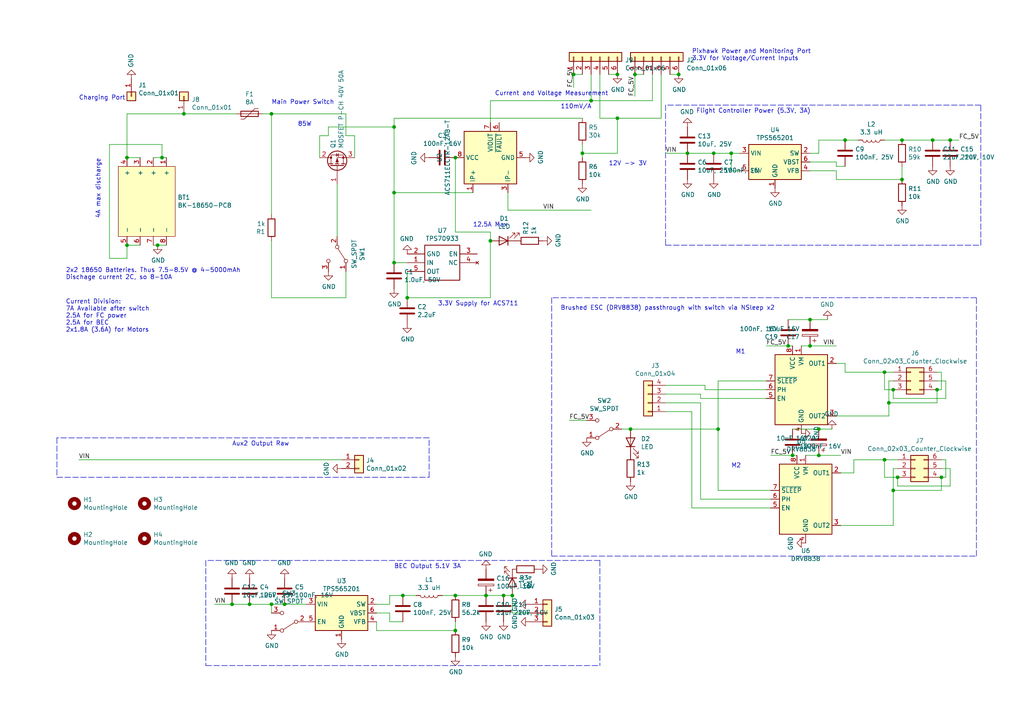
<source format=kicad_sch>
(kicad_sch (version 20211123) (generator eeschema)
  (paper "A4")
  (title_block (title "RoverBase") (rev "1.1") (company "Rpanion Electronics"))
  (junction (at 256.54 107.95))
  (junction (at 234.95 92.71))
  (junction (at 196.85 21.59))
  (junction (at 271.78 113.03))
  (junction (at 116.84 172.72))
  (junction (at 118.11 86.36))
  (junction (at 259.08 142.24))
  (junction (at 273.05 138.43))
  (junction (at 245.11 40.64))
  (junction (at 270.51 40.64))
  (junction (at 132.08 182.88))
  (junction (at 257.81 116.84))
  (junction (at 212.09 44.45))
  (junction (at 114.3 36.83))
  (junction (at 82.55 175.26))
  (junction (at 46.99 45.72))
  (junction (at 148.59 172.72))
  (junction (at 45.72 71.12))
  (junction (at 140.97 172.72))
  (junction (at 78.74 175.26))
  (junction (at 234.95 100.33))
  (junction (at 114.3 55.88))
  (junction (at 182.88 124.46))
  (junction (at 259.08 113.03))
  (junction (at 166.37 21.59))
  (junction (at 261.62 52.07))
  (junction (at 184.15 21.59))
  (junction (at 199.39 44.45))
  (junction (at 179.07 34.29))
  (junction (at 237.49 124.46))
  (junction (at 72.39 175.26))
  (junction (at 53.34 33.02))
  (junction (at 228.6 100.33))
  (junction (at 171.45 29.21))
  (junction (at 275.59 40.64))
  (junction (at 207.01 44.45))
  (junction (at 78.74 33.02))
  (junction (at 142.24 69.85))
  (junction (at 168.91 44.45))
  (junction (at 67.31 175.26))
  (junction (at 146.05 172.72))
  (junction (at 36.83 71.12))
  (junction (at 260.35 138.43))
  (junction (at 132.08 45.72))
  (junction (at 237.49 132.08))
  (junction (at 208.28 124.46))
  (junction (at 256.54 133.35))
  (junction (at 36.83 45.72))
  (junction (at 229.87 132.08))
  (junction (at 179.07 21.59))
  (junction (at 261.62 40.64))
  (junction (at 114.3 76.2))
  (junction (at 132.08 172.72))
  (wire (pts (xy 245.11 40.64) (xy 237.49 40.64)))
  (wire (pts (xy 242.57 48.26) (xy 245.11 48.26)))
  (wire (pts (xy 140.97 172.72) (xy 146.05 172.72)))
  (wire (pts (xy 36.83 74.93) (xy 36.83 71.12)))
  (wire (pts (xy 234.95 100.33) (xy 232.41 100.33)))
  (wire (pts (xy 62.23 175.26) (xy 67.31 175.26)))
  (polyline (pts (xy 124.46 127) (xy 16.51 127)))
  (wire (pts (xy 223.52 147.32) (xy 200.66 147.32)))
  (polyline (pts (xy 284.48 30.48) (xy 193.04 30.48)))
  (wire (pts (xy 223.52 142.24) (xy 208.28 142.24)))
  (wire (pts (xy 44.45 45.72) (xy 46.99 45.72)))
  (wire (pts (xy 257.81 120.65) (xy 257.81 116.84)))
  (wire (pts (xy 113.03 180.34) (xy 116.84 180.34)))
  (wire (pts (xy 247.65 137.16) (xy 247.65 133.35)))
  (wire (pts (xy 247.65 133.35) (xy 256.54 133.35)))
  (wire (pts (xy 168.91 34.29) (xy 114.3 34.29)))
  (wire (pts (xy 45.72 71.12) (xy 48.26 71.12)))
  (wire (pts (xy 228.6 92.71) (xy 234.95 92.71)))
  (wire (pts (xy 242.57 120.65) (xy 257.81 120.65)))
  (polyline (pts (xy 283.21 161.29) (xy 283.21 86.36)))
  (wire (pts (xy 256.54 40.64) (xy 261.62 40.64)))
  (polyline (pts (xy 16.51 138.43) (xy 124.46 138.43)))
  (wire (pts (xy 229.87 100.33) (xy 228.6 100.33)))
  (wire (pts (xy 257.81 110.49) (xy 257.81 116.84)))
  (wire (pts (xy 256.54 113.03) (xy 259.08 113.03)))
  (wire (pts (xy 166.37 21.59) (xy 166.37 25.4)))
  (polyline (pts (xy 284.48 71.12) (xy 284.48 30.48)))
  (wire (pts (xy 212.09 49.53) (xy 212.09 44.45)))
  (wire (pts (xy 132.08 182.88) (xy 132.08 180.34)))
  (wire (pts (xy 275.59 40.64) (xy 278.13 40.64)))
  (wire (pts (xy 237.49 40.64) (xy 237.49 44.45)))
  (wire (pts (xy 199.39 44.45) (xy 193.04 44.45)))
  (wire (pts (xy 102.87 39.37) (xy 100.33 39.37)))
  (wire (pts (xy 259.08 115.57) (xy 274.32 115.57)))
  (wire (pts (xy 180.34 124.46) (xy 182.88 124.46)))
  (polyline (pts (xy 59.69 162.56) (xy 59.69 193.04)))
  (wire (pts (xy 72.39 175.26) (xy 78.74 175.26)))
  (wire (pts (xy 228.6 100.33) (xy 222.25 100.33)))
  (wire (pts (xy 114.3 34.29) (xy 114.3 36.83)))
  (wire (pts (xy 78.74 33.02) (xy 78.74 62.23)))
  (wire (pts (xy 142.24 69.85) (xy 142.24 67.31)))
  (wire (pts (xy 234.95 49.53) (xy 242.57 49.53)))
  (wire (pts (xy 204.47 113.03) (xy 222.25 113.03)))
  (wire (pts (xy 132.08 172.72) (xy 140.97 172.72)))
  (wire (pts (xy 260.35 138.43) (xy 260.35 140.97)))
  (wire (pts (xy 274.32 115.57) (xy 274.32 110.49)))
  (wire (pts (xy 273.05 133.35) (xy 274.32 133.35)))
  (wire (pts (xy 203.2 116.84) (xy 193.04 116.84)))
  (wire (pts (xy 207.01 44.45) (xy 199.39 44.45)))
  (wire (pts (xy 95.25 39.37) (xy 95.25 36.83)))
  (polyline (pts (xy 160.02 161.29) (xy 283.21 161.29)))
  (wire (pts (xy 166.37 21.59) (xy 168.91 21.59)))
  (wire (pts (xy 53.34 33.02) (xy 68.58 33.02)))
  (wire (pts (xy 261.62 52.07) (xy 261.62 48.26)))
  (wire (pts (xy 273.05 113.03) (xy 271.78 113.03)))
  (wire (pts (xy 67.31 175.26) (xy 72.39 175.26)))
  (wire (pts (xy 271.78 113.03) (xy 271.78 116.84)))
  (wire (pts (xy 95.25 36.83) (xy 114.3 36.83)))
  (wire (pts (xy 176.53 21.59) (xy 179.07 21.59)))
  (wire (pts (xy 212.09 44.45) (xy 207.01 44.45)))
  (wire (pts (xy 173.99 21.59) (xy 173.99 34.29)))
  (wire (pts (xy 243.84 137.16) (xy 247.65 137.16)))
  (polyline (pts (xy 173.99 162.56) (xy 173.99 193.04)))
  (wire (pts (xy 46.99 45.72) (xy 46.99 41.91)))
  (wire (pts (xy 146.05 172.72) (xy 148.59 172.72)))
  (wire (pts (xy 76.2 33.02) (xy 78.74 33.02)))
  (wire (pts (xy 109.22 177.8) (xy 113.03 177.8)))
  (wire (pts (xy 118.11 76.2) (xy 114.3 76.2)))
  (wire (pts (xy 78.74 175.26) (xy 82.55 175.26)))
  (wire (pts (xy 203.2 114.3) (xy 193.04 114.3)))
  (wire (pts (xy 271.78 107.95) (xy 273.05 107.95)))
  (wire (pts (xy 273.05 107.95) (xy 273.05 113.03)))
  (wire (pts (xy 243.84 152.4) (xy 259.08 152.4)))
  (wire (pts (xy 46.99 45.72) (xy 48.26 45.72)))
  (wire (pts (xy 237.49 124.46) (xy 229.87 124.46)))
  (wire (pts (xy 204.47 111.76) (xy 193.04 111.76)))
  (wire (pts (xy 168.91 44.45) (xy 168.91 41.91)))
  (wire (pts (xy 100.33 78.74) (xy 100.33 86.36)))
  (wire (pts (xy 200.66 119.38) (xy 200.66 147.32)))
  (wire (pts (xy 274.32 133.35) (xy 274.32 138.43)))
  (wire (pts (xy 275.59 135.89) (xy 273.05 135.89)))
  (wire (pts (xy 259.08 113.03) (xy 259.08 115.57)))
  (wire (pts (xy 245.11 105.41) (xy 245.11 107.95)))
  (wire (pts (xy 257.81 110.49) (xy 259.08 110.49)))
  (wire (pts (xy 194.31 21.59) (xy 196.85 21.59)))
  (wire (pts (xy 184.15 21.59) (xy 186.69 21.59)))
  (polyline (pts (xy 160.02 86.36) (xy 160.02 161.29)))
  (wire (pts (xy 36.83 33.02) (xy 53.34 33.02)))
  (wire (pts (xy 173.99 34.29) (xy 179.07 34.29)))
  (wire (pts (xy 273.05 138.43) (xy 273.05 142.24)))
  (wire (pts (xy 148.59 172.72) (xy 148.59 177.8)))
  (wire (pts (xy 275.59 140.97) (xy 275.59 135.89)))
  (wire (pts (xy 36.83 71.12) (xy 40.64 71.12)))
  (wire (pts (xy 31.75 41.91) (xy 31.75 74.93)))
  (wire (pts (xy 259.08 135.89) (xy 259.08 142.24)))
  (wire (pts (xy 168.91 44.45) (xy 179.07 44.45)))
  (wire (pts (xy 260.35 133.35) (xy 256.54 133.35)))
  (wire (pts (xy 242.57 105.41) (xy 245.11 105.41)))
  (wire (pts (xy 97.79 53.34) (xy 97.79 68.58)))
  (wire (pts (xy 242.57 49.53) (xy 242.57 52.07)))
  (wire (pts (xy 109.22 180.34) (xy 109.22 182.88)))
  (wire (pts (xy 147.32 60.96) (xy 171.45 60.96)))
  (wire (pts (xy 273.05 142.24) (xy 259.08 142.24)))
  (wire (pts (xy 237.49 124.46) (xy 241.3 124.46)))
  (wire (pts (xy 237.49 132.08) (xy 243.84 132.08)))
  (wire (pts (xy 256.54 107.95) (xy 256.54 113.03)))
  (wire (pts (xy 102.87 45.72) (xy 102.87 39.37)))
  (wire (pts (xy 203.2 115.57) (xy 222.25 115.57)))
  (polyline (pts (xy 173.99 162.56) (xy 59.69 162.56)))
  (wire (pts (xy 147.32 55.88) (xy 147.32 60.96)))
  (wire (pts (xy 99.06 133.35) (xy 22.86 133.35)))
  (wire (pts (xy 78.74 33.02) (xy 100.33 33.02)))
  (wire (pts (xy 78.74 177.8) (xy 78.74 175.26)))
  (wire (pts (xy 184.15 21.59) (xy 184.15 27.94)))
  (wire (pts (xy 259.08 135.89) (xy 260.35 135.89)))
  (wire (pts (xy 242.57 52.07) (xy 261.62 52.07)))
  (wire (pts (xy 222.25 110.49) (xy 208.28 110.49)))
  (wire (pts (xy 109.22 175.26) (xy 113.03 175.26)))
  (wire (pts (xy 245.11 40.64) (xy 248.92 40.64)))
  (wire (pts (xy 114.3 76.2) (xy 114.3 55.88)))
  (wire (pts (xy 31.75 74.93) (xy 36.83 74.93)))
  (wire (pts (xy 259.08 107.95) (xy 256.54 107.95)))
  (polyline (pts (xy 193.04 30.48) (xy 193.04 71.12)))
  (wire (pts (xy 260.35 140.97) (xy 275.59 140.97)))
  (wire (pts (xy 231.14 132.08) (xy 229.87 132.08)))
  (wire (pts (xy 116.84 172.72) (xy 120.65 172.72)))
  (wire (pts (xy 113.03 175.26) (xy 113.03 172.72)))
  (wire (pts (xy 118.11 78.74) (xy 118.11 86.36)))
  (wire (pts (xy 114.3 36.83) (xy 114.3 55.88)))
  (wire (pts (xy 237.49 44.45) (xy 234.95 44.45)))
  (polyline (pts (xy 59.69 193.04) (xy 173.99 193.04)))
  (wire (pts (xy 142.24 35.56) (xy 142.24 29.21)))
  (wire (pts (xy 271.78 116.84) (xy 257.81 116.84)))
  (wire (pts (xy 242.57 46.99) (xy 242.57 48.26)))
  (wire (pts (xy 237.49 132.08) (xy 233.68 132.08)))
  (wire (pts (xy 214.63 44.45) (xy 212.09 44.45)))
  (wire (pts (xy 92.71 45.72) (xy 92.71 39.37)))
  (wire (pts (xy 274.32 110.49) (xy 271.78 110.49)))
  (wire (pts (xy 171.45 21.59) (xy 171.45 29.21)))
  (wire (pts (xy 203.2 116.84) (xy 203.2 144.78)))
  (wire (pts (xy 200.66 119.38) (xy 193.04 119.38)))
  (wire (pts (xy 142.24 67.31) (xy 132.08 67.31)))
  (wire (pts (xy 132.08 67.31) (xy 132.08 45.72)))
  (wire (pts (xy 92.71 39.37) (xy 95.25 39.37)))
  (wire (pts (xy 208.28 110.49) (xy 208.28 124.46)))
  (wire (pts (xy 203.2 115.57) (xy 203.2 114.3)))
  (wire (pts (xy 204.47 113.03) (xy 204.47 111.76)))
  (wire (pts (xy 234.95 46.99) (xy 242.57 46.99)))
  (wire (pts (xy 113.03 172.72) (xy 116.84 172.72)))
  (wire (pts (xy 208.28 142.24) (xy 208.28 124.46)))
  (wire (pts (xy 113.03 177.8) (xy 113.03 180.34)))
  (wire (pts (xy 46.99 41.91) (xy 31.75 41.91)))
  (wire (pts (xy 78.74 69.85) (xy 78.74 86.36)))
  (wire (pts (xy 189.23 29.21) (xy 171.45 29.21)))
  (wire (pts (xy 182.88 124.46) (xy 208.28 124.46)))
  (wire (pts (xy 100.33 39.37) (xy 100.33 33.02)))
  (polyline (pts (xy 283.21 86.36) (xy 160.02 86.36)))
  (wire (pts (xy 100.33 86.36) (xy 78.74 86.36)))
  (wire (pts (xy 128.27 172.72) (xy 132.08 172.72)))
  (polyline (pts (xy 193.04 71.12) (xy 284.48 71.12)))
  (wire (pts (xy 82.55 175.26) (xy 88.9 175.26)))
  (wire (pts (xy 259.08 152.4) (xy 259.08 142.24)))
  (wire (pts (xy 191.77 21.59) (xy 191.77 34.29)))
  (wire (pts (xy 256.54 133.35) (xy 256.54 138.43)))
  (wire (pts (xy 171.45 29.21) (xy 142.24 29.21)))
  (wire (pts (xy 245.11 107.95) (xy 256.54 107.95)))
  (wire (pts (xy 179.07 44.45) (xy 179.07 34.29)))
  (wire (pts (xy 261.62 40.64) (xy 270.51 40.64)))
  (polyline (pts (xy 16.51 127) (xy 16.51 138.43)))
  (wire (pts (xy 191.77 34.29) (xy 179.07 34.29)))
  (wire (pts (xy 109.22 182.88) (xy 132.08 182.88)))
  (wire (pts (xy 44.45 71.12) (xy 45.72 71.12)))
  (wire (pts (xy 189.23 21.59) (xy 189.23 29.21)))
  (wire (pts (xy 256.54 138.43) (xy 260.35 138.43)))
  (wire (pts (xy 137.16 55.88) (xy 114.3 55.88)))
  (wire (pts (xy 234.95 92.71) (xy 240.03 92.71)))
  (wire (pts (xy 270.51 40.64) (xy 275.59 40.64)))
  (wire (pts (xy 214.63 49.53) (xy 212.09 49.53)))
  (wire (pts (xy 118.11 86.36) (xy 142.24 86.36)))
  (wire (pts (xy 148.59 177.8) (xy 153.67 177.8)))
  (wire (pts (xy 36.83 33.02) (xy 36.83 45.72)))
  (wire (pts (xy 36.83 45.72) (xy 40.64 45.72)))
  (wire (pts (xy 142.24 86.36) (xy 142.24 69.85)))
  (wire (pts (xy 274.32 138.43) (xy 273.05 138.43)))
  (wire (pts (xy 229.87 132.08) (xy 223.52 132.08)))
  (wire (pts (xy 223.52 144.78) (xy 203.2 144.78)))
  (polyline (pts (xy 124.46 138.43) (xy 124.46 127)))
  (wire (pts (xy 234.95 100.33) (xy 242.57 100.33)))
  (wire (pts (xy 170.18 121.92) (xy 165.1 121.92)))
  (wire (pts (xy 168.91 45.72) (xy 168.91 44.45)))
  (text "Pixhawk Power and Monitoring Port\n3.3V for Voltage/Current Inputs" (at 200.66 17.78 0) (effects (font (size 1.27 1.27)) (justify left bottom)))
  (text "Aux2 Output Raw" (at 67.31 129.54 0) (effects (font (size 1.27 1.27)) (justify left bottom)))
  (text "85W" (at 86.36 36.83 0) (effects (font (size 1.27 1.27)) (justify left bottom)))
  (text "Charging Port" (at 22.86 29.21 0) (effects (font (size 1.27 1.27)) (justify left bottom)))
  (text "M2" (at 212.09 135.89 0) (effects (font (size 1.27 1.27)) (justify left bottom)))
  (text "4A max discharge" (at 29.21 63.5 90) (effects (font (size 1.27 1.27)) (justify left bottom)))
  (text "Main Power Switch" (at 78.74 30.48 0) (effects (font (size 1.27 1.27)) (justify left bottom)))
  (text "M1" (at 213.36 102.87 0) (effects (font (size 1.27 1.27)) (justify left bottom)))
  (text "3.3V Supply for ACS711" (at 127 88.9 0) (effects (font (size 1.27 1.27)) (justify left bottom)))
  (text "BEC Output 5.1V 3A" (at 114.3 165.1 0) (effects (font (size 1.27 1.27)) (justify left bottom)))
  (text "2x2 18650 Batteries. Thus 7.5-8.5V @ 4-5000mAh\nDischage current 2C, so 8-10A\n" (at 19.05 81.28 0) (effects (font (size 1.27 1.27)) (justify left bottom)))
  (text "Flight Controller Power (5.3V, 3A)" (at 201.93 33.02 0) (effects (font (size 1.27 1.27)) (justify left bottom)))
  (text "12V -> 3V" (at 176.53 48.26 0) (effects (font (size 1.27 1.27)) (justify left bottom)))
  (text "Current Division:\n7A Available after switch\n2.5A for FC power\n2.5A for BEC\n2x1.8A (3.6A) for Motors" (at 19.05 96.52 0) (effects (font (size 1.27 1.27)) (justify left bottom)))
  (text "12.5A Max" (at 137.16 66.04 0) (effects (font (size 1.27 1.27)) (justify left bottom)))
  (text "Brushed ESC (DRV8838) passthrough with switch via NSleep x2" (at 162.56 90.17 0) (effects (font (size 1.27 1.27)) (justify left bottom)))
  (text "Current and Voltage Measurement" (at 143.51 27.94 0) (effects (font (size 1.27 1.27)) (justify left bottom)))
  (text "110mV/A" (at 162.56 31.75 0) (effects (font (size 1.27 1.27)) (justify left bottom)))
  (label "VIN" (at 238.76 100.33 0))
  (label "VIN" (at 22.86 133.35 0))
  (label "FC_5V" (at 278.13 40.64 0))
  (label "FC_5V" (at 184.15 27.94 90))
  (label "FC_5V" (at 223.52 132.08 0))
  (label "VIN" (at 62.23 175.26 0))
  (label "FC_5V" (at 222.25 100.33 0))
  (label "VIN" (at 193.04 44.45 0))
  (label "VIN" (at 243.84 132.08 0))
  (label "VIN" (at 157.48 60.96 0))
  (label "FC_5V" (at 165.1 121.92 0))
  (label "FC_5V" (at 166.37 25.4 90))
  (symbol (lib_id "power:GND") (at 38.1 22.86 180) (unit 1)
    (property "Reference" "#PWR02" (effects hide))
    (property "Value" "GND" (at 37.973 19.6088 90) (effects (justify right)))
  )
  (symbol (lib_id "Sensor_Current:ACS711xLCTR-12AB") (at 142.24 45.72 90) (unit 1)
    (property "Reference" "U2" (at 127.4826 45.72 0))
    (property "Value" "ACS711ELCTR-12AB-T" (at 129.794 45.72 0))
    (property "Footprint" "Package_SO:SOIC-8_3.9x4.9mm_P1.27mm" (effects hide))
    (property "Datasheet" "http://www.allegromicro.com/~/Media/Files/Datasheets/ACS711-Datasheet.ashx" (effects hide))
    (property "SPN" "620-1370-1-ND" (effects hide))
    (property "MPN" "ACS711ELCTR-12AB-T" (effects hide))
    (property "Manufacturer" "Allegro MicroSystems" (effects hide))
  )
  (symbol (lib_id "power:GND") (at 152.4 45.72 90) (unit 1)
    (property "Reference" "#PWR07" (effects hide))
    (property "Value" "GND" (at 156.7942 45.593 0))
  )
  (symbol (lib_id "Device:R") (at 168.91 38.1 0) (unit 1)
    (property "Reference" "R5" (at 170.688 36.9316 0) (effects (justify left)))
    (property "Value" "30k" (at 170.688 39.243 0) (effects (justify left)))
    (property "Footprint" "Resistor_SMD:R_0402_1005Metric_Pad0.72x0.64mm_HandSolder" (effects hide))
    (property "MPN" "CRCW040230K0FKEDC" (effects hide))
    (property "SPN" "541-4888-1-ND" (effects hide))
    (property "Manufacturer" "Vishay Dale" (effects hide))
  )
  (symbol (lib_id "Device:R") (at 168.91 49.53 0) (unit 1)
    (property "Reference" "R6" (at 170.688 48.3616 0) (effects (justify left)))
    (property "Value" "10k" (at 170.688 50.673 0) (effects (justify left)))
    (property "Footprint" "Resistor_SMD:R_0402_1005Metric_Pad0.72x0.64mm_HandSolder" (effects hide))
    (property "MPN" "CRCW040210K0FKED" (effects hide))
    (property "SPN" "541-3959-1-ND" (effects hide))
    (property "Manufacturer" "Vishay Dale" (effects hide))
  )
  (symbol (lib_id "power:GND") (at 168.91 53.34 0) (unit 1)
    (property "Reference" "#PWR08" (effects hide))
    (property "Value" "GND" (at 169.037 57.7342 0))
  )
  (symbol (lib_id "power:GND") (at 224.79 54.61 0) (unit 1)
    (property "Reference" "#PWR013" (effects hide))
    (property "Value" "GND" (at 224.917 59.0042 0))
  )
  (symbol (lib_id "Connector_Generic:Conn_01x06") (at 189.23 16.51 90) (unit 1)
    (property "Reference" "J2" (at 199.0852 17.4244 90) (effects (justify right)))
    (property "Value" "Conn_01x06" (at 199.0852 19.7358 90) (effects (justify right)))
    (property "Footprint" "Connector_JST:JST_GH_BM06B-GHS-TBT_1x06-1MP_P1.25mm_Vertical" (effects hide))
    (property "MPN" "BM06B-GHS-TBT(LF)(SN)(N)" (effects hide))
    (property "SPN" "455-1582-1-ND" (effects hide))
    (property "Manufacturer" "JST Sales America Inc." (effects hide))
  )
  (symbol (lib_id "power:GND") (at 196.85 21.59 0) (unit 1)
    (property "Reference" "#PWR011" (effects hide))
    (property "Value" "GND" (at 196.977 25.9842 0))
  )
  (symbol (lib_id "Regulator_Switching:TPS565208") (at 224.79 46.99 0) (unit 1)
    (property "Reference" "U4" (at 224.79 37.6682 0))
    (property "Value" "TPS565201" (at 224.79 39.9796 0))
    (property "Footprint" "Package_TO_SOT_SMD:SOT-23-6" (effects hide))
    (property "Datasheet" "http://www.ti.com/lit/ds/symlink/tps565208.pdf" (effects hide))
    (property "SPN" "296-49006-1-ND" (effects hide))
    (property "MPN" "TPS565201DDCR" (effects hide))
    (property "Manufacturer" "Texas Instruments" (effects hide))
  )
  (symbol (lib_id "power:GND") (at 233.68 157.48 270) (unit 1)
    (property "Reference" "#PWR015" (effects hide))
    (property "Value" "GND" (at 229.2858 157.607 0))
  )
  (symbol (lib_id "power:GND") (at 232.41 125.73 90) (unit 1)
    (property "Reference" "#PWR018" (effects hide))
    (property "Value" "GND" (at 236.8042 125.603 0))
  )
  (symbol (lib_id "Switch:SW_SPDT") (at 97.79 73.66 270) (unit 1)
    (property "Reference" "SW1" (at 105.029 73.66 0))
    (property "Value" "SW_SPDT" (at 102.7176 73.66 0))
    (property "Footprint" "Button_Switch_THT:SW_CuK_OS102011MA1QN1_SPDT_Angled" (effects hide))
    (property "MPN" "OS102011MA1QN1" (effects hide))
    (property "SPN" "CKN9559-ND" (effects hide))
    (property "Manufacturer" "C&K" (effects hide))
  )
  (symbol (lib_id "power:GND") (at 95.25 78.74 0) (unit 1)
    (property "Reference" "#PWR06" (effects hide))
    (property "Value" "GND" (at 95.377 83.1342 0))
  )
  (symbol (lib_id "Switch:SW_SPDT") (at 175.26 124.46 180) (unit 1)
    (property "Reference" "SW2" (at 175.26 116.205 0))
    (property "Value" "SW_SPDT" (at 175.26 118.5164 0))
    (property "Footprint" "Button_Switch_THT:SW_CuK_OS102011MA1QN1_SPDT_Angled" (effects hide))
    (property "MPN" "OS102011MA1QN1" (effects hide))
    (property "SPN" "CKN9559-ND" (effects hide))
    (property "Manufacturer" "C&K" (effects hide))
  )
  (symbol (lib_id "MP_Battery:BK-18650-PC8") (at 52.07 58.42 270) (unit 1)
    (property "Reference" "BT1" (at 51.5112 57.2516 90) (effects (justify left)))
    (property "Value" "BK-18650-PC8" (at 51.5112 59.563 90) (effects (justify left)))
    (property "Footprint" "RomiBase:BK-18650-PC8" (effects hide))
    (property "Datasheet" "https://www.memoryprotectiondevices.com/datasheets/BK-18650-PC8-datasheet.pdf" (effects hide))
    (property "SPN" "BK-18650-PC8-ND" (effects hide))
    (property "MPN" "BK-18650-PC8" (effects hide))
    (property "Manufacturer" "MPD (Memory Protection Devices)" (effects hide))
  )
  (symbol (lib_id "Connector_Generic:Conn_01x04") (at 187.96 116.84 180) (unit 1)
    (property "Reference" "J3" (at 190.0428 106.045 0))
    (property "Value" "Conn_01x04" (at 190.0428 108.3564 0))
    (property "Footprint" "Connector_PinHeader_2.54mm:PinHeader_1x04_P2.54mm_Vertical" (effects hide))
    (property "SPN" "732-5317-ND" (effects hide))
    (property "MPN" "61300411121" (effects hide))
    (property "Manufacturer" "Würth Elektronik" (effects hide))
  )
  (symbol (lib_id "Device:C") (at 275.59 44.45 0) (unit 1)
    (property "Reference" "C15" (at 278.511 43.2816 0) (effects (justify left)))
    (property "Value" "22uF, 10V" (at 278.511 45.593 0) (effects (justify left)))
    (property "Footprint" "Capacitor_SMD:C_0603_1608Metric_Pad1.08x0.95mm_HandSolder" (effects hide))
    (property "MPN" "C1608X5R1A226M080AC" (effects hide))
    (property "SPN" "445-9077-1-ND" (effects hide))
    (property "Manufacturer" "TDK Corporation" (effects hide))
  )
  (symbol (lib_id "power:GND") (at 275.59 48.26 0) (unit 1)
    (property "Reference" "#PWR035" (effects hide))
    (property "Value" "GND" (at 275.717 52.6542 0))
  )
  (symbol (lib_id "Device:C") (at 146.05 176.53 0) (unit 1)
    (property "Reference" "C14" (at 148.971 175.3616 0) (effects (justify left)))
    (property "Value" "22uF, 10V" (at 148.971 177.673 0) (effects (justify left)))
    (property "Footprint" "Capacitor_SMD:C_0603_1608Metric_Pad1.08x0.95mm_HandSolder" (effects hide))
    (property "MPN" "C1608X5R1A226M080AC" (effects hide))
    (property "SPN" "445-9077-1-ND" (effects hide))
    (property "Manufacturer" "TDK Corporation" (effects hide))
  )
  (symbol (lib_id "power:GND") (at 146.05 180.34 0) (unit 1)
    (property "Reference" "#PWR034" (effects hide))
    (property "Value" "GND" (at 146.177 184.7342 0))
  )
  (symbol (lib_id "Device:C") (at 67.31 171.45 0) (unit 1)
    (property "Reference" "C12" (at 70.231 170.2816 0) (effects (justify left)))
    (property "Value" "10uF, 25V" (at 70.231 172.593 0) (effects (justify left)))
    (property "Footprint" "Capacitor_SMD:C_0805_2012Metric" (effects hide))
    (property "MPN" "GRM21BR61E106MA73L" (effects hide))
    (property "SPN" "490-10748-1-ND" (effects hide))
    (property "Manufacturer" "Murata Electronics" (effects hide))
  )
  (symbol (lib_id "power:GND") (at 67.31 167.64 180) (unit 1)
    (property "Reference" "#PWR032" (effects hide))
    (property "Value" "GND" (at 67.183 163.2458 0))
  )
  (symbol (lib_id "Device:C") (at 199.39 40.64 0) (unit 1)
    (property "Reference" "C13" (at 202.311 39.4716 0) (effects (justify left)))
    (property "Value" "10uF, 25V" (at 202.311 41.783 0) (effects (justify left)))
    (property "Footprint" "Capacitor_SMD:C_0805_2012Metric" (effects hide))
    (property "MPN" "GRM21BR61E106MA73L" (effects hide))
    (property "SPN" "490-10748-1-ND" (effects hide))
    (property "Manufacturer" "Murata Electronics" (effects hide))
  )
  (symbol (lib_id "Connector_Generic:Conn_01x02") (at 104.14 133.35 0) (unit 1) (in_bom no)
    (property "Reference" "J4" (at 106.172 133.5532 0) (effects (justify left)))
    (property "Value" "Conn_01x02" (at 106.172 135.8646 0) (effects (justify left)))
    (property "Footprint" "Connector_PinHeader_2.54mm:PinHeader_1x02_P2.54mm_Vertical" (effects hide))
    (property "SPN" "nf" (effects hide))
    (property "MPN" "nf" (effects hide))
    (property "fit_field" "dnf" (effects hide))
    (property "Manufacturer" "nf" (effects hide))
  )
  (symbol (lib_id "power:GND") (at 199.39 36.83 180) (unit 1)
    (property "Reference" "#PWR033" (effects hide))
    (property "Value" "GND" (at 199.263 32.4358 0))
  )
  (symbol (lib_id "power:GND") (at 99.06 135.89 270) (unit 1)
    (property "Reference" "#PWR016" (effects hide))
    (property "Value" "GND" (at 94.6658 136.017 0))
  )
  (symbol (lib_id "Regulator_Switching:TPS565208") (at 99.06 177.8 0) (unit 1)
    (property "Reference" "U3" (at 99.06 168.4782 0))
    (property "Value" "TPS565201" (at 99.06 170.7896 0))
    (property "Footprint" "Package_TO_SOT_SMD:SOT-23-6" (effects hide))
    (property "Datasheet" "http://www.ti.com/lit/ds/symlink/tps565208.pdf" (effects hide))
    (property "SPN" "296-49006-1-ND" (effects hide))
    (property "MPN" "TPS565201DDCR" (effects hide))
    (property "Manufacturer" "Texas Instruments" (effects hide))
  )
  (symbol (lib_id "Switch:SW_SPDT") (at 83.82 180.34 180) (unit 1)
    (property "Reference" "SW3" (at 83.82 172.085 0))
    (property "Value" "SW_SPDT" (at 83.82 174.3964 0))
    (property "Footprint" "Button_Switch_THT:SW_CuK_OS102011MA1QN1_SPDT_Angled" (effects hide))
    (property "MPN" "OS102011MA1QN1" (effects hide))
    (property "SPN" "CKN9559-ND" (effects hide))
    (property "Manufacturer" "C&K" (effects hide))
  )
  (symbol (lib_id "power:GND") (at 99.06 185.42 0) (unit 1)
    (property "Reference" "#PWR012" (effects hide))
    (property "Value" "GND" (at 99.187 189.8142 0))
  )
  (symbol (lib_id "power:GND") (at 78.74 182.88 0) (unit 1)
    (property "Reference" "#PWR010" (effects hide))
    (property "Value" "GND" (at 78.867 187.2742 0))
  )
  (symbol (lib_id "Connector_Generic:Conn_01x03") (at 158.75 177.8 0) (unit 1) (in_bom no)
    (property "Reference" "J5" (at 160.782 176.7332 0) (effects (justify left)))
    (property "Value" "Conn_01x03" (at 160.782 179.0446 0) (effects (justify left)))
    (property "Footprint" "Connector_PinHeader_2.54mm:PinHeader_1x03_P2.54mm_Vertical" (effects hide))
    (property "SPN" "nf" (effects hide))
    (property "MPN" "nf" (effects hide))
    (property "fit_field" "dnf" (effects hide))
    (property "Manufacturer" "nf" (effects hide))
  )
  (symbol (lib_id "power:GND") (at 153.67 180.34 270) (unit 1)
    (property "Reference" "#PWR019" (effects hide))
    (property "Value" "GND" (at 149.2758 180.467 0))
  )
  (symbol (lib_id "power:GND") (at 170.18 127 0) (unit 1)
    (property "Reference" "#PWR09" (effects hide))
    (property "Value" "GND" (at 170.307 131.3942 0))
  )
  (symbol (lib_id "power:GND") (at 45.72 71.12 0) (unit 1)
    (property "Reference" "#PWR0101" (effects hide))
    (property "Value" "GND" (at 45.847 75.5142 0))
  )
  (symbol (lib_id "TI_additional:TPS709") (at 128.27 76.2 0) (unit 1)
    (property "Reference" "U7" (at 128.27 66.8782 0))
    (property "Value" "TPS70933" (at 128.27 69.1896 0))
    (property "Footprint" "Package_TO_SOT_SMD:SOT-23-5_HandSoldering" (effects hide))
    (property "SPN" "296-39474-1-ND" (effects hide))
    (property "MPN" "TPS70933DBVT" (effects hide))
    (property "Manufacturer" "Texas Instruments" (effects hide))
  )
  (symbol (lib_id "power:GND") (at 118.11 73.66 180) (unit 1)
    (property "Reference" "#PWR021" (effects hide))
    (property "Value" "GND" (at 117.983 69.2658 0))
  )
  (symbol (lib_id "Device:C") (at 118.11 90.17 0) (unit 1)
    (property "Reference" "C2" (at 121.031 89.0016 0) (effects (justify left)))
    (property "Value" "2.2uF" (at 121.031 91.313 0) (effects (justify left)))
    (property "Footprint" "Capacitor_SMD:C_0402_1005Metric" (effects hide))
    (property "MPN" "GRM155R61A225KE95D" (effects hide))
    (property "SPN" "490-10451-1-ND" (effects hide))
    (property "Manufacturer" "Murata Electronics" (effects hide))
  )
  (symbol (lib_id "Device:C") (at 114.3 80.01 0) (unit 1)
    (property "Reference" "C1" (at 117.221 78.8416 0) (effects (justify left)))
    (property "Value" "1.0uF, 50V" (at 117.221 81.153 0) (effects (justify left)))
    (property "Footprint" "Capacitor_SMD:C_0805_2012Metric" (effects hide))
    (property "MPN" "CC0805KKX7R9BB105" (effects hide))
    (property "SPN" "311-1886-1-ND" (effects hide))
    (property "Manufacturer" "Yageo" (effects hide))
  )
  (symbol (lib_id "power:GND") (at 114.3 83.82 0) (unit 1)
    (property "Reference" "#PWR020" (effects hide))
    (property "Value" "GND" (at 114.427 88.2142 0))
  )
  (symbol (lib_id "power:GND") (at 118.11 93.98 0) (unit 1)
    (property "Reference" "#PWR022" (effects hide))
    (property "Value" "GND" (at 118.237 98.3742 0))
  )
  (symbol (lib_id "Device:C") (at 128.27 45.72 270) (unit 1)
    (property "Reference" "C3" (at 128.27 39.3192 90))
    (property "Value" "100nF, 16V" (at 128.27 41.6306 90))
    (property "Footprint" "Capacitor_SMD:C_0402_1005Metric" (effects hide))
    (property "MPN" "GRM155R71C104KA88D" (effects hide))
    (property "SPN" "490-3261-1-ND" (effects hide))
    (property "Manufacturer" "Murata Electronics" (effects hide))
  )
  (symbol (lib_id "power:GND") (at 124.46 45.72 270) (unit 1)
    (property "Reference" "#PWR023" (effects hide))
    (property "Value" "GND" (at 120.0658 45.847 0))
  )
  (symbol (lib_id "Connector_Generic:Conn_02x03_Counter_Clockwise") (at 264.16 110.49 0) (unit 1) (in_bom no)
    (property "Reference" "J6" (at 265.43 102.4382 0))
    (property "Value" "Conn_02x03_Counter_Clockwise" (at 265.43 104.7496 0))
    (property "Footprint" "Connector_PinHeader_2.54mm:PinHeader_2x03_P2.54mm_Vertical" (effects hide))
    (property "MPN" "nf" (effects hide))
    (property "SPN" "nf" (effects hide))
    (property "Manufacturer" "nf" (effects hide))
    (property "fit_field" "dnf" (effects hide))
  )
  (symbol (lib_id "Connector_Generic:Conn_02x03_Counter_Clockwise") (at 265.43 135.89 0) (unit 1) (in_bom no)
    (property "Reference" "J7" (at 266.7 127.8382 0))
    (property "Value" "Conn_02x03_Counter_Clockwise" (at 266.7 130.1496 0))
    (property "Footprint" "Connector_PinHeader_2.54mm:PinHeader_2x03_P2.54mm_Vertical" (effects hide))
    (property "MPN" "nf" (effects hide))
    (property "SPN" "nf" (effects hide))
    (property "Manufacturer" "nf" (effects hide))
    (property "fit_field" "dnf" (effects hide))
  )
  (symbol (lib_id "Device:CP") (at 140.97 168.91 180) (unit 1)
    (property "Reference" "C16" (at 143.9672 167.7416 0) (effects (justify right)))
    (property "Value" "100uF, 16V" (at 143.9672 170.053 0) (effects (justify right)))
    (property "Footprint" "Capacitor_SMD:CP_Elec_6.3x5.4_Nichicon" (effects hide))
    (property "MPN" "UWX1C101MCL1GB" (effects hide))
    (property "SPN" "493-2105-1-ND" (effects hide))
    (property "Manufacturer" "Nichicon" (effects hide))
  )
  (symbol (lib_id "power:GND") (at 140.97 165.1 180) (unit 1)
    (property "Reference" "#PWR0103" (effects hide))
    (property "Value" "GND" (at 140.843 160.7058 0))
  )
  (symbol (lib_id "Device:C") (at 199.39 48.26 0) (unit 1)
    (property "Reference" "C6" (at 202.311 47.0916 0) (effects (justify left)))
    (property "Value" "10uF, 25V" (at 202.311 49.403 0) (effects (justify left)))
    (property "Footprint" "Capacitor_SMD:C_0805_2012Metric" (effects hide))
    (property "MPN" "GRM21BR61E106MA73L" (effects hide))
    (property "SPN" "490-10748-1-ND" (effects hide))
    (property "Manufacturer" "Murata Electronics" (effects hide))
  )
  (symbol (lib_id "Device:C") (at 207.01 48.26 0) (unit 1)
    (property "Reference" "C7" (at 209.931 47.0916 0) (effects (justify left)))
    (property "Value" "100nF, 16V" (at 209.931 49.403 0) (effects (justify left)))
    (property "Footprint" "Capacitor_SMD:C_0402_1005Metric" (effects hide))
    (property "MPN" "GRM155R71C104KA88D" (effects hide))
    (property "SPN" "490-3261-1-ND" (effects hide))
    (property "Manufacturer" "Murata Electronics" (effects hide))
  )
  (symbol (lib_id "Device:C") (at 72.39 171.45 0) (unit 1)
    (property "Reference" "C4" (at 75.311 170.2816 0) (effects (justify left)))
    (property "Value" "10uF, 25V" (at 75.311 172.593 0) (effects (justify left)))
    (property "Footprint" "Capacitor_SMD:C_0805_2012Metric" (effects hide))
    (property "MPN" "GRM21BR61E106MA73L" (effects hide))
    (property "SPN" "490-10748-1-ND" (effects hide))
    (property "Manufacturer" "Murata Electronics" (effects hide))
  )
  (symbol (lib_id "Device:C") (at 82.55 171.45 0) (unit 1)
    (property "Reference" "C5" (at 85.471 170.2816 0) (effects (justify left)))
    (property "Value" "100nF, 16V" (at 85.471 172.593 0) (effects (justify left)))
    (property "Footprint" "Capacitor_SMD:C_0402_1005Metric" (effects hide))
    (property "MPN" "GRM155R71C104KA88D" (effects hide))
    (property "SPN" "490-3261-1-ND" (effects hide))
    (property "Manufacturer" "Murata Electronics" (effects hide))
  )
  (symbol (lib_id "power:GND") (at 199.39 52.07 0) (unit 1)
    (property "Reference" "#PWR026" (effects hide))
    (property "Value" "GND" (at 199.517 56.4642 0))
  )
  (symbol (lib_id "power:GND") (at 207.01 52.07 0) (unit 1)
    (property "Reference" "#PWR027" (effects hide))
    (property "Value" "GND" (at 207.137 56.4642 0))
  )
  (symbol (lib_id "power:GND") (at 72.39 167.64 180) (unit 1)
    (property "Reference" "#PWR024" (effects hide))
    (property "Value" "GND" (at 72.263 163.2458 0))
  )
  (symbol (lib_id "power:GND") (at 82.55 167.64 180) (unit 1)
    (property "Reference" "#PWR025" (effects hide))
    (property "Value" "GND" (at 82.423 163.2458 0))
  )
  (symbol (lib_id "Device:C") (at 245.11 44.45 0) (unit 1)
    (property "Reference" "C9" (at 248.031 43.2816 0) (effects (justify left)))
    (property "Value" "100nF, 25V" (at 248.031 45.593 0) (effects (justify left)))
    (property "Footprint" "Capacitor_SMD:C_0603_1608Metric" (effects hide))
    (property "MPN" "C0603C104Z3VACTU" (effects hide))
    (property "SPN" "399-1100-1-ND" (effects hide))
    (property "Manufacturer" "KEMET" (effects hide))
  )
  (symbol (lib_id "Device:C") (at 116.84 176.53 0) (unit 1)
    (property "Reference" "C8" (at 119.761 175.3616 0) (effects (justify left)))
    (property "Value" "100nF, 25V" (at 119.761 177.673 0) (effects (justify left)))
    (property "Footprint" "Capacitor_SMD:C_0603_1608Metric" (effects hide))
    (property "MPN" "C0603C104Z3VACTU" (effects hide))
    (property "SPN" "399-1100-1-ND" (effects hide))
    (property "Manufacturer" "KEMET" (effects hide))
  )
  (symbol (lib_id "Device:L") (at 252.73 40.64 270) (unit 1)
    (property "Reference" "L2" (at 252.73 36.0426 90))
    (property "Value" "3.3 uH" (at 252.73 38.354 90))
    (property "Footprint" "Vishay_IHLP-3232:L_Vishay_IHLP-3232" (effects hide))
    (property "MPN" "IHLP3232DZER3R3M01" (effects hide))
    (property "SPN" "541-1373-1-ND" (effects hide))
    (property "Manufacturer" "Vishay Dale" (effects hide))
  )
  (symbol (lib_id "Device:L") (at 124.46 172.72 270) (unit 1)
    (property "Reference" "L1" (at 124.46 168.1226 90))
    (property "Value" "3.3 uH" (at 124.46 170.434 90))
    (property "Footprint" "Vishay_IHLP-3232:L_Vishay_IHLP-3232" (effects hide))
    (property "MPN" "IHLP3232DZER3R3M01" (effects hide))
    (property "SPN" "541-1373-1-ND" (effects hide))
    (property "Manufacturer" "Vishay Dale" (effects hide))
  )
  (symbol (lib_id "Device:R") (at 261.62 44.45 0) (unit 1)
    (property "Reference" "R10" (at 263.398 43.2816 0) (effects (justify left)))
    (property "Value" "59k" (at 263.398 45.593 0) (effects (justify left)))
    (property "Footprint" "Resistor_SMD:R_0402_1005Metric_Pad0.72x0.64mm_HandSolder" (effects hide))
    (property "MPN" "CRCW040259K0FKED" (effects hide))
    (property "SPN" "541-59.0KLCT-ND" (effects hide))
    (property "Manufacturer" "Vishay Dale" (effects hide))
  )
  (symbol (lib_id "Device:R") (at 261.62 55.88 0) (unit 1)
    (property "Reference" "R11" (at 263.398 54.7116 0) (effects (justify left)))
    (property "Value" "10k" (at 263.398 57.023 0) (effects (justify left)))
    (property "Footprint" "Resistor_SMD:R_0402_1005Metric_Pad0.72x0.64mm_HandSolder" (effects hide))
    (property "MPN" "CRCW040210K0FKED" (effects hide))
    (property "SPN" "541-3959-1-ND" (effects hide))
    (property "Manufacturer" "Vishay Dale" (effects hide))
  )
  (symbol (lib_id "power:GND") (at 261.62 59.69 0) (unit 1)
    (property "Reference" "#PWR030" (effects hide))
    (property "Value" "GND" (at 261.747 64.0842 0))
  )
  (symbol (lib_id "Device:R") (at 132.08 176.53 0) (unit 1)
    (property "Reference" "R8" (at 133.858 175.3616 0) (effects (justify left)))
    (property "Value" "56.2k" (at 133.858 177.673 0) (effects (justify left)))
    (property "Footprint" "Resistor_SMD:R_0402_1005Metric_Pad0.72x0.64mm_HandSolder" (effects hide))
    (property "MPN" "CRCW040256K2FKED" (effects hide))
    (property "SPN" "541-5017-1-ND" (effects hide))
    (property "Manufacturer" "Vishay Dale" (effects hide))
  )
  (symbol (lib_id "Device:R") (at 132.08 186.69 0) (unit 1)
    (property "Reference" "R9" (at 133.858 185.5216 0) (effects (justify left)))
    (property "Value" "10k" (at 133.858 187.833 0) (effects (justify left)))
    (property "Footprint" "Resistor_SMD:R_0402_1005Metric_Pad0.72x0.64mm_HandSolder" (effects hide))
    (property "MPN" "CRCW040210K0FKED" (effects hide))
    (property "SPN" "541-3959-1-ND" (effects hide))
    (property "Manufacturer" "Vishay Dale" (effects hide))
  )
  (symbol (lib_id "power:GND") (at 132.08 190.5 0) (unit 1)
    (property "Reference" "#PWR028" (effects hide))
    (property "Value" "GND" (at 132.207 194.8942 0))
  )
  (symbol (lib_id "Device:C") (at 270.51 44.45 0) (unit 1)
    (property "Reference" "C11" (at 273.431 43.2816 0) (effects (justify left)))
    (property "Value" "22uF, 10V" (at 273.431 45.593 0) (effects (justify left)))
    (property "Footprint" "Capacitor_SMD:C_0603_1608Metric_Pad1.08x0.95mm_HandSolder" (effects hide))
    (property "MPN" "C1608X5R1A226M080AC" (effects hide))
    (property "SPN" "445-9077-1-ND" (effects hide))
    (property "Manufacturer" "TDK Corporation" (effects hide))
  )
  (symbol (lib_id "power:GND") (at 270.51 48.26 0) (unit 1)
    (property "Reference" "#PWR031" (effects hide))
    (property "Value" "GND" (at 270.637 52.6542 0))
  )
  (symbol (lib_id "Device:C") (at 140.97 176.53 0) (unit 1)
    (property "Reference" "C10" (at 143.891 175.3616 0) (effects (justify left)))
    (property "Value" "22uF, 10V" (at 143.891 177.673 0) (effects (justify left)))
    (property "Footprint" "Capacitor_SMD:C_0603_1608Metric_Pad1.08x0.95mm_HandSolder" (effects hide))
    (property "MPN" "C1608X5R1A226M080AC" (effects hide))
    (property "SPN" "445-9077-1-ND" (effects hide))
    (property "Manufacturer" "TDK Corporation" (effects hide))
  )
  (symbol (lib_id "power:GND") (at 140.97 180.34 0) (unit 1)
    (property "Reference" "#PWR029" (effects hide))
    (property "Value" "GND" (at 141.097 184.7342 0))
  )
  (symbol (lib_id "Device:LED") (at 146.05 69.85 180) (unit 1)
    (property "Reference" "D1" (at 146.2278 63.373 0))
    (property "Value" "LED" (at 146.2278 65.6844 0))
    (property "Footprint" "LED_SMD:LED_0603_1608Metric" (effects hide))
    (property "MPN" "LTST-C193KGKT-5A" (effects hide))
    (property "SPN" "160-1828-1-ND" (effects hide))
    (property "Manufacturer" "Lite-On Inc." (effects hide))
  )
  (symbol (lib_id "Device:LED") (at 182.88 128.27 90) (unit 1)
    (property "Reference" "D2" (at 185.8772 127.2794 90) (effects (justify right)))
    (property "Value" "LED" (at 185.8772 129.5908 90) (effects (justify right)))
    (property "Footprint" "LED_SMD:LED_0603_1608Metric" (effects hide))
    (property "MPN" "LTST-C193KGKT-5A" (effects hide))
    (property "SPN" "160-1828-1-ND" (effects hide))
    (property "Manufacturer" "Lite-On Inc." (effects hide))
  )
  (symbol (lib_id "Device:LED") (at 148.59 168.91 270) (unit 1)
    (property "Reference" "D3" (at 150.622 167.5638 90) (effects (justify left)))
    (property "Value" "LED" (at 150.622 169.8752 90) (effects (justify left)))
    (property "Footprint" "LED_SMD:LED_0603_1608Metric" (effects hide))
    (property "MPN" "LTST-C193KGKT-5A" (effects hide))
    (property "SPN" "160-1828-1-ND" (effects hide))
    (property "Manufacturer" "Lite-On Inc." (effects hide))
  )
  (symbol (lib_id "Device:R") (at 153.67 69.85 90) (unit 1)
    (property "Reference" "R12" (at 152.5016 68.072 0) (effects (justify left)))
    (property "Value" "1k" (at 154.813 68.072 0) (effects (justify left)))
    (property "Footprint" "Resistor_SMD:R_0402_1005Metric_Pad0.72x0.64mm_HandSolder" (effects hide))
    (property "MPN" "CRCW04021K00FKEDHP" (effects hide))
    (property "SPN" "541-1.00KYCT-ND" (effects hide))
    (property "Manufacturer" "Vishay Dale" (effects hide))
  )
  (symbol (lib_id "Device:R") (at 182.88 135.89 0) (unit 1)
    (property "Reference" "R13" (at 184.658 134.7216 0) (effects (justify left)))
    (property "Value" "1k" (at 184.658 137.033 0) (effects (justify left)))
    (property "Footprint" "Resistor_SMD:R_0402_1005Metric_Pad0.72x0.64mm_HandSolder" (effects hide))
    (property "MPN" "CRCW04021K00FKEDHP" (effects hide))
    (property "SPN" "541-1.00KYCT-ND" (effects hide))
    (property "Manufacturer" "Vishay Dale" (effects hide))
  )
  (symbol (lib_id "Device:R") (at 152.4 165.1 270) (unit 1)
    (property "Reference" "R14" (at 153.5684 166.878 0) (effects (justify left)))
    (property "Value" "1k" (at 151.257 166.878 0) (effects (justify left)))
    (property "Footprint" "Resistor_SMD:R_0402_1005Metric_Pad0.72x0.64mm_HandSolder" (effects hide))
    (property "MPN" "CRCW04021K00FKEDHP" (effects hide))
    (property "SPN" "541-1.00KYCT-ND" (effects hide))
    (property "Manufacturer" "Vishay Dale" (effects hide))
  )
  (symbol (lib_id "power:GND") (at 157.48 69.85 90) (unit 1)
    (property "Reference" "#PWR036" (effects hide))
    (property "Value" "GND" (at 161.8742 69.723 0))
  )
  (symbol (lib_id "power:GND") (at 156.21 165.1 90) (unit 1)
    (property "Reference" "#PWR038" (effects hide))
    (property "Value" "GND" (at 160.6042 164.973 0))
  )
  (symbol (lib_id "power:GND") (at 182.88 139.7 0) (unit 1)
    (property "Reference" "#PWR037" (effects hide))
    (property "Value" "GND" (at 183.007 144.0942 0))
  )
  (symbol (lib_id "Mechanical:MountingHole") (at 21.59 146.05 0) (unit 1)
    (property "Reference" "H1" (at 24.13 144.8816 0) (effects (justify left)))
    (property "Value" "MountingHole" (at 24.13 147.193 0) (effects (justify left)))
    (property "Footprint" "MountingHole:MountingHole_3.5mm" (effects hide))
    (property "MPN" "nf" (effects hide))
    (property "SPN" "nf" (effects hide))
    (property "fit_field" "dnf" (effects hide))
  )
  (symbol (lib_id "Mechanical:MountingHole") (at 41.91 146.05 0) (unit 1)
    (property "Reference" "H3" (at 44.45 144.8816 0) (effects (justify left)))
    (property "Value" "MountingHole" (at 44.45 147.193 0) (effects (justify left)))
    (property "Footprint" "MountingHole:MountingHole_3.5mm" (effects hide))
    (property "MPN" "nf" (effects hide))
    (property "SPN" "nf" (effects hide))
    (property "fit_field" "dnf" (effects hide))
  )
  (symbol (lib_id "Mechanical:MountingHole") (at 41.91 156.21 0) (unit 1)
    (property "Reference" "H4" (at 44.45 155.0416 0) (effects (justify left)))
    (property "Value" "MountingHole" (at 44.45 157.353 0) (effects (justify left)))
    (property "Footprint" "MountingHole:MountingHole_3.5mm" (effects hide))
    (property "MPN" "nf" (effects hide))
    (property "SPN" "nf" (effects hide))
    (property "fit_field" "dnf" (effects hide))
  )
  (symbol (lib_id "Mechanical:MountingHole") (at 21.59 156.21 0) (unit 1)
    (property "Reference" "H2" (at 24.13 155.0416 0) (effects (justify left)))
    (property "Value" "MountingHole" (at 24.13 157.353 0) (effects (justify left)))
    (property "Footprint" "MountingHole:MountingHole_3.5mm" (effects hide))
    (property "MPN" "nf" (effects hide))
    (property "SPN" "nf" (effects hide))
    (property "fit_field" "dnf" (effects hide))
  )
  (symbol (lib_id "Connector_Generic:Conn_01x01") (at 53.34 27.94 90) (unit 1) (in_bom no)
    (property "Reference" "J8" (at 55.5752 28.8544 90) (effects (justify right)))
    (property "Value" "Conn_01x01" (at 55.5752 31.1658 90) (effects (justify right)))
    (property "Footprint" "Connector_Pin:Pin_D1.3mm_L11.0mm" (effects hide))
    (property "MPN" "nf" (effects hide))
    (property "Manufacturer" "nf" (effects hide))
    (property "SPN" "nf" (effects hide))
    (property "fit_field" "dnf" (effects hide))
  )
  (symbol (lib_id "Connector_Generic:Conn_01x01") (at 38.1 27.94 270) (unit 1) (in_bom no)
    (property "Reference" "J1" (at 40.132 24.6888 90) (effects (justify left)))
    (property "Value" "Conn_01x01" (at 40.132 27.0002 90) (effects (justify left)))
    (property "Footprint" "Connector_Pin:Pin_D1.3mm_L11.0mm" (effects hide))
    (property "MPN" "nf" (effects hide))
    (property "Manufacturer" "nf" (effects hide))
    (property "SPN" "nf" (effects hide))
    (property "fit_field" "dnf" (effects hide))
  )
  (symbol (lib_id "power:GND") (at 153.67 175.26 270) (unit 1)
    (property "Reference" "#PWR0104" (effects hide))
    (property "Value" "GND" (at 149.2758 175.387 0))
  )
  (symbol (lib_id "Driver_Motor:DRV8838") (at 232.41 113.03 0) (unit 1)
    (property "Reference" "U5" (at 232.41 127.9906 0))
    (property "Value" "DRV8838" (at 232.41 130.302 0))
    (property "Footprint" "Package_SON:WSON-8-1EP_2x2mm_P0.5mm_EP0.9x1.6mm_ThermalVias" (effects hide))
    (property "Datasheet" "http://www.ti.com/lit/ds/symlink/drv8837.pdf" (effects hide))
    (property "MPN" "DRV8838DSGR" (effects hide))
    (property "SPN" "296-40081-1-ND" (effects hide))
    (property "Manufacturer" "Texas Instruments" (effects hide))
  )
  (symbol (lib_id "Driver_Motor:DRV8838") (at 233.68 144.78 0) (unit 1)
    (property "Reference" "U6" (at 233.68 159.7406 0))
    (property "Value" "DRV8838" (at 233.68 162.052 0))
    (property "Footprint" "Package_SON:WSON-8-1EP_2x2mm_P0.5mm_EP0.9x1.6mm_ThermalVias" (effects hide))
    (property "Datasheet" "http://www.ti.com/lit/ds/symlink/drv8837.pdf" (effects hide))
    (property "MPN" "DRV8838DSGR" (effects hide))
    (property "SPN" "296-40081-1-ND" (effects hide))
    (property "Manufacturer" "Texas Instruments" (effects hide))
  )
  (symbol (lib_id "Device:C") (at 228.6 96.52 180) (unit 1)
    (property "Reference" "C19" (at 225.679 97.6884 0) (effects (justify left)))
    (property "Value" "100nF, 16V" (at 225.679 95.377 0) (effects (justify left)))
    (property "Footprint" "Capacitor_SMD:C_0402_1005Metric" (effects hide))
    (property "MPN" "GRM155R71C104KA88D" (effects hide))
    (property "SPN" "490-3261-1-ND" (effects hide))
    (property "Manufacturer" "Murata Electronics" (effects hide))
  )
  (symbol (lib_id "Device:C") (at 229.87 128.27 0) (unit 1)
    (property "Reference" "C20" (at 232.791 127.1016 0) (effects (justify left)))
    (property "Value" "100nF, 16V" (at 232.791 129.413 0) (effects (justify left)))
    (property "Footprint" "Capacitor_SMD:C_0402_1005Metric" (effects hide))
    (property "MPN" "GRM155R71C104KA88D" (effects hide))
    (property "SPN" "490-3261-1-ND" (effects hide))
    (property "Manufacturer" "Murata Electronics" (effects hide))
  )
  (symbol (lib_id "Connector_Generic:Conn_01x06") (at 171.45 16.51 90) (unit 1) (in_bom no)
    (property "Reference" "J9" (at 181.3052 17.4244 90) (effects (justify right)))
    (property "Value" "Conn_01x06" (at 181.3052 19.7358 90) (effects (justify right)))
    (property "Footprint" "Connector_PinHeader_2.54mm:PinHeader_1x06_P2.54mm_Vertical" (effects hide))
    (property "MPN" "nf" (effects hide))
    (property "SPN" "nf" (effects hide))
    (property "Manufacturer" "nf" (effects hide))
    (property "fit_field" "dnf" (effects hide))
  )
  (symbol (lib_id "power:GND") (at 179.07 21.59 0) (unit 1)
    (property "Reference" "#PWR0107" (effects hide))
    (property "Value" "GND" (at 179.197 25.9842 0))
  )
  (symbol (lib_id "power:GND") (at 240.03 92.71 180) (unit 1)
    (property "Reference" "#PWR0105" (effects hide))
    (property "Value" "GND" (at 239.903 88.3158 0))
  )
  (symbol (lib_id "power:GND") (at 241.3 124.46 180) (unit 1)
    (property "Reference" "#PWR0106" (effects hide))
    (property "Value" "GND" (at 241.173 120.0658 0))
  )
  (symbol (lib_id "Device:CP") (at 234.95 96.52 180) (unit 1)
    (property "Reference" "C17" (at 231.9528 97.6884 0) (effects (justify left)))
    (property "Value" "10uF 16V" (at 231.9528 95.377 0) (effects (justify left)))
    (property "Footprint" "Capacitor_SMD:CP_Elec_4x5.4" (effects hide))
    (property "MPN" "EEE-1CA100SR" (effects hide))
    (property "SPN" "PCE3878CT-ND" (effects hide))
    (property "Manufacturer" "Panasonic Electronic Components" (effects hide))
  )
  (symbol (lib_id "Device:CP") (at 237.49 128.27 180) (unit 1)
    (property "Reference" "C18" (at 234.4928 129.4384 0) (effects (justify left)))
    (property "Value" "10uF 16V" (at 234.4928 127.127 0) (effects (justify left)))
    (property "Footprint" "Capacitor_SMD:CP_Elec_4x5.4" (effects hide))
    (property "MPN" "EEE-1CA100SR" (effects hide))
    (property "SPN" "PCE3878CT-ND" (effects hide))
    (property "Manufacturer" "Panasonic Electronic Components" (effects hide))
  )
  (symbol (lib_id "Device:Q_PMOS_GDS") (at 97.79 48.26 90) (unit 1)
    (property "Reference" "Q1" (at 96.6216 43.053 0) (effects (justify left)))
    (property "Value" " MOSFET P-CH 40V 50A" (at 98.933 43.053 0) (effects (justify left)))
    (property "Footprint" "Package_TO_SOT_SMD:TO-263-2" (effects hide))
    (property "MPN" "SQM40081EL_GE3" (effects hide))
    (property "Manufacturer" "Vishay Siliconix" (effects hide))
    (property "SPN" "SQM40081EL_GE3CT-ND" (effects hide))
  )
  (symbol (lib_id "Device:R") (at 78.74 66.04 180) (unit 1)
    (property "Reference" "R1" (at 76.962 67.2084 0) (effects (justify left)))
    (property "Value" "1k" (at 76.962 64.897 0) (effects (justify left)))
    (property "Footprint" "Resistor_SMD:R_0402_1005Metric_Pad0.72x0.64mm_HandSolder" (effects hide))
    (property "MPN" "CRCW04021K00FKEDHP" (effects hide))
    (property "SPN" "541-1.00KYCT-ND" (effects hide))
    (property "Manufacturer" "Vishay Dale" (effects hide))
  )
  (symbol (lib_id "Device:Polyfuse") (at 72.39 33.02 270) (unit 1)
    (property "Reference" "F1" (at 72.39 27.305 90))
    (property "Value" "8A" (at 72.39 29.6164 90))
    (property "Footprint" "Fuse:Fuse_Bourns_MF-RG800" (effects hide))
    (property "MPN" " Bourns Inc. " (effects hide))
    (property "Manufacturer" " MF-RG800-2 " (effects hide))
    (property "SPN" "118-MF-RG800-2CT-ND" (effects hide))
  )
)
</source>
